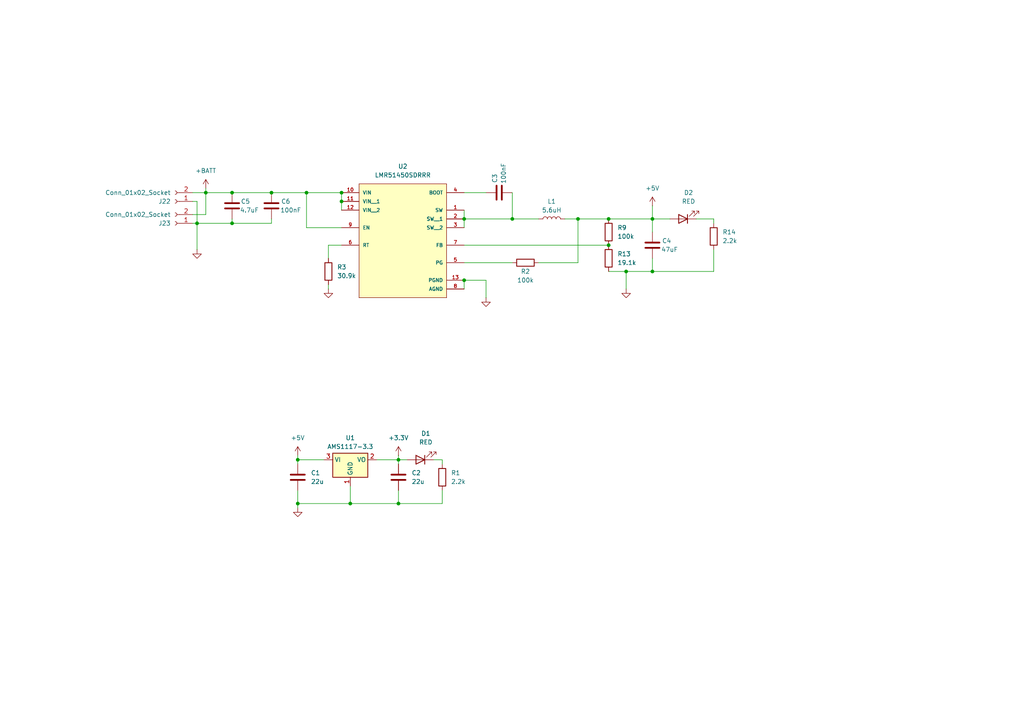
<source format=kicad_sch>
(kicad_sch (version 20250114) (generator "eeschema") (generator_version "9.0")
  (paper "A4")
  (lib_symbols
    (symbol "Connector:Conn_01x02_Socket" (pin_names (offset 1.016) (hide yes))
      (property "Reference" "J" (at 0 2.54 0))
      (property "Value" "Conn_01x02_Socket" (at 0 -5.08 0))
      (symbol "Conn_01x02_Socket_1_1"
        (polyline (pts (xy -1.27 0) (xy -0.508 0)) (stroke (width 0.1524)))
        (polyline (pts (xy -1.27 -2.54) (xy -0.508 -2.54)) (stroke (width 0.1524)))
        (arc (start 0 -0.508) (mid -0.5058 0) (end 0 0.508) (stroke (width 0.1524)))
        (arc (start 0 -3.048) (mid -0.5058 -2.54) (end 0 -2.032) (stroke (width 0.1524)))
        (pin passive line (at -5.08 0 0) (length 3.81) (name "Pin_1") (number "1"))
        (pin passive line (at -5.08 -2.54 0) (length 3.81) (name "Pin_2") (number "2"))
      )
    )
    (symbol "Device:C" (pin_numbers (hide yes)) (pin_names (offset 0.254))
      (property "Reference" "C" (at 0.635 2.54 0))
      (property "Value" "C" (at 0.635 -2.54 0))
      (symbol "C_0_1"
        (polyline (pts (xy -2.032 0.762) (xy 2.032 0.762)) (stroke (width 0.508)))
        (polyline (pts (xy -2.032 -0.762) (xy 2.032 -0.762)) (stroke (width 0.508)))
      )
      (symbol "C_1_1"
        (pin passive line (at 0 3.81 270) (length 2.794) (name "~") (number "1"))
        (pin passive line (at 0 -3.81 90) (length 2.794) (name "~") (number "2"))
      )
    )
    (symbol "Device:L" (pin_numbers (hide yes)) (pin_names (offset 1.016) (hide yes))
      (property "Reference" "L" (at -1.27 0 90))
      (property "Value" "L" (at 1.905 0 90))
      (symbol "L_0_1"
        (arc (start 0 2.54) (mid 0.6323 1.905) (end 0 1.27))
        (arc (start 0 1.27) (mid 0.6323 0.635) (end 0 0))
        (arc (start 0 0) (mid 0.6323 -0.635) (end 0 -1.27))
        (arc (start 0 -1.27) (mid 0.6323 -1.905) (end 0 -2.54))
      )
      (symbol "L_1_1"
        (pin passive line (at 0 3.81 270) (length 1.27) (name "1") (number "1"))
        (pin passive line (at 0 -3.81 90) (length 1.27) (name "2") (number "2"))
      )
    )
    (symbol "Device:LED" (pin_numbers (hide yes)) (pin_names (offset 1.016) (hide yes))
      (property "Reference" "D" (at 0 2.54 0))
      (property "Value" "LED" (at 0 -2.54 0))
      (symbol "LED_0_1"
        (polyline (pts (xy -3.048 -0.762) (xy -4.572 -2.286) (xy -3.81 -2.286) (xy -4.572 -2.286) (xy -4.572 -1.524)))
        (polyline (pts (xy -1.778 -0.762) (xy -3.302 -2.286) (xy -2.54 -2.286) (xy -3.302 -2.286) (xy -3.302 -1.524)))
        (polyline (pts (xy -1.27 0) (xy 1.27 0)))
        (polyline (pts (xy -1.27 -1.27) (xy -1.27 1.27)) (stroke (width 0.254)))
        (polyline (pts (xy 1.27 -1.27) (xy 1.27 1.27) (xy -1.27 0) (xy 1.27 -1.27)) (stroke (width 0.254)))
      )
      (symbol "LED_1_1"
        (pin passive line (at -3.81 0 0) (length 2.54) (name "K") (number "1"))
        (pin passive line (at 3.81 0 180) (length 2.54) (name "A") (number "2"))
      )
    )
    (symbol "Device:R" (pin_numbers (hide yes)) (pin_names (offset 0))
      (property "Reference" "R" (at 2.032 0 90))
      (property "Value" "R" (at 0 0 90))
      (symbol "R_0_1"
        (rectangle (start -1.016 -2.54) (end 1.016 2.54) (stroke (width 0.254)))
      )
      (symbol "R_1_1"
        (pin passive line (at 0 3.81 270) (length 1.27) (name "~") (number "1"))
        (pin passive line (at 0 -3.81 90) (length 1.27) (name "~") (number "2"))
      )
    )
    (symbol "LMR51450SDRRR:LMR51450SDRRR" (pin_names (offset 1.016))
      (property "Reference" "U" (at -12.7 13.335 0))
      (property "Value" "LMR51450SDRRR" (at -12.7 -22.86 0))
      (symbol "LMR51450SDRRR_0_0"
        (rectangle (start -12.7 -20.32) (end 12.7 12.7) (stroke (width 0.1524)) (fill (type background)))
        (pin input line (at -17.78 10.16 0) (length 5.08) (name "VIN") (number "10"))
        (pin input line (at -17.78 7.62 0) (length 5.08) (name "VIN__1") (number "11"))
        (pin input line (at -17.78 5.08 0) (length 5.08) (name "VIN__2") (number "12"))
        (pin input line (at -17.78 0 0) (length 5.08) (name "EN") (number "9"))
        (pin input line (at -17.78 -5.08 0) (length 5.08) (name "RT") (number "6"))
        (pin passive line (at 17.78 10.16 180) (length 5.08) (name "BOOT") (number "4"))
        (pin output line (at 17.78 5.08 180) (length 5.08) (name "SW") (number "1"))
        (pin output line (at 17.78 2.54 180) (length 5.08) (name "SW__1") (number "2"))
        (pin output line (at 17.78 0 180) (length 5.08) (name "SW__2") (number "3"))
        (pin input line (at 17.78 -5.08 180) (length 5.08) (name "FB") (number "7"))
        (pin output line (at 17.78 -10.16 180) (length 5.08) (name "PG") (number "5"))
        (pin power_in line (at 17.78 -15.24 180) (length 5.08) (name "PGND") (number "13"))
        (pin power_in line (at 17.78 -17.78 180) (length 5.08) (name "AGND") (number "8"))
      )
    )
    (symbol "Regulator_Linear:AMS1117-3.3"
      (property "Reference" "U" (at -3.81 3.175 0))
      (property "Value" "AMS1117-3.3" (at 0 3.175 0))
      (symbol "AMS1117-3.3_0_1"
        (rectangle (start -5.08 -5.08) (end 5.08 1.905) (stroke (width 0.254)) (fill (type background)))
      )
      (symbol "AMS1117-3.3_1_1"
        (pin power_in line (at -7.62 0 0) (length 2.54) (name "VI") (number "3"))
        (pin power_in line (at 0 -7.62 90) (length 2.54) (name "GND") (number "1"))
        (pin power_out line (at 7.62 0 180) (length 2.54) (name "VO") (number "2"))
      )
    )
    (symbol "power:+3.3V" (power) (pin_numbers (hide yes)) (pin_names (offset 0) (hide yes))
      (property "Value" "+3.3V" (at 0 3.556 0))
      (symbol "+3.3V_0_1"
        (polyline (pts (xy -0.762 1.27) (xy 0 2.54)))
        (polyline (pts (xy 0 2.54) (xy 0.762 1.27)))
        (polyline (pts (xy 0 0) (xy 0 2.54)))
      )
      (symbol "+3.3V_1_1"
        (pin power_in line (at 0 0 90) (length 0) (name "~") (number "1"))
      )
    )
    (symbol "power:+5V" (power) (pin_numbers (hide yes)) (pin_names (offset 0) (hide yes))
      (property "Value" "+5V" (at 0 3.556 0))
      (symbol "+5V_0_1"
        (polyline (pts (xy -0.762 1.27) (xy 0 2.54)))
        (polyline (pts (xy 0 2.54) (xy 0.762 1.27)))
        (polyline (pts (xy 0 0) (xy 0 2.54)))
      )
      (symbol "+5V_1_1"
        (pin power_in line (at 0 0 90) (length 0) (name "~") (number "1"))
      )
    )
    (symbol "power:+BATT" (power) (pin_numbers (hide yes)) (pin_names (offset 0) (hide yes))
      (property "Value" "+BATT" (at 0 3.556 0))
      (symbol "+BATT_0_1"
        (polyline (pts (xy -0.762 1.27) (xy 0 2.54)))
        (polyline (pts (xy 0 2.54) (xy 0.762 1.27)))
        (polyline (pts (xy 0 0) (xy 0 2.54)))
      )
      (symbol "+BATT_1_1"
        (pin power_in line (at 0 0 90) (length 0) (name "~") (number "1"))
      )
    )
    (symbol "power:GND" (power) (pin_numbers (hide yes)) (pin_names (offset 0) (hide yes))
      (property "Value" "GND" (at 0 -3.81 0))
      (symbol "GND_0_1"
        (polyline (pts (xy 0 0) (xy 0 -1.27) (xy 1.27 -1.27) (xy 0 -2.54) (xy -1.27 -1.27) (xy 0 -1.27)))
      )
      (symbol "GND_1_1"
        (pin power_in line (at 0 0 270) (length 0) (name "~") (number "1"))
      )
    )
  )
  (junction (at 67.31 55.88))
  (junction (at 115.57 146.05))
  (junction (at 101.6 146.05))
  (junction (at 189.23 78.74))
  (junction (at 167.64 63.5))
  (junction (at 86.36 146.05))
  (junction (at 148.59 63.5))
  (junction (at 78.74 55.88))
  (junction (at 86.36 133.35))
  (junction (at 88.9 55.88))
  (junction (at 176.53 71.12))
  (junction (at 176.53 63.5))
  (junction (at 99.06 55.88))
  (junction (at 99.06 58.42))
  (junction (at 115.57 133.35))
  (junction (at 134.62 63.5))
  (junction (at 67.31 64.77))
  (junction (at 189.23 63.5))
  (junction (at 134.62 81.28))
  (junction (at 59.69 55.88))
  (junction (at 57.15 64.77))
  (junction (at 181.61 78.74))
  (wire (pts (xy 207.01 72.39) (xy 207.01 78.74)))
  (wire (pts (xy 115.57 133.35) (xy 109.22 133.35)))
  (wire (pts (xy 59.69 55.88) (xy 55.88 55.88)))
  (wire (pts (xy 207.01 63.5) (xy 201.93 63.5)))
  (wire (pts (xy 156.21 76.2) (xy 167.64 76.2)))
  (wire (pts (xy 207.01 64.77) (xy 207.01 63.5)))
  (wire (pts (xy 148.59 55.88) (xy 148.59 63.5)))
  (wire (pts (xy 207.01 78.74) (xy 189.23 78.74)))
  (wire (pts (xy 115.57 146.05) (xy 128.27 146.05)))
  (wire (pts (xy 86.36 133.35) (xy 93.98 133.35)))
  (wire (pts (xy 59.69 62.23) (xy 59.69 55.88)))
  (wire (pts (xy 115.57 142.24) (xy 115.57 146.05)))
  (wire (pts (xy 134.62 60.96) (xy 134.62 63.5)))
  (wire (pts (xy 176.53 78.74) (xy 181.61 78.74)))
  (wire (pts (xy 99.06 58.42) (xy 99.06 60.96)))
  (wire (pts (xy 176.53 63.5) (xy 189.23 63.5)))
  (wire (pts (xy 95.25 71.12) (xy 99.06 71.12)))
  (wire (pts (xy 189.23 63.5) (xy 189.23 67.31)))
  (wire (pts (xy 57.15 64.77) (xy 55.88 64.77)))
  (wire (pts (xy 86.36 132.08) (xy 86.36 133.35)))
  (wire (pts (xy 134.62 81.28) (xy 134.62 83.82)))
  (wire (pts (xy 55.88 62.23) (xy 59.69 62.23)))
  (wire (pts (xy 101.6 140.97) (xy 101.6 146.05)))
  (wire (pts (xy 134.62 63.5) (xy 148.59 63.5)))
  (wire (pts (xy 95.25 71.12) (xy 95.25 74.93)))
  (wire (pts (xy 134.62 55.88) (xy 140.97 55.88)))
  (wire (pts (xy 57.15 72.39) (xy 57.15 64.77)))
  (wire (pts (xy 163.83 63.5) (xy 167.64 63.5)))
  (wire (pts (xy 67.31 64.77) (xy 67.31 63.5)))
  (wire (pts (xy 78.74 64.77) (xy 78.74 63.5)))
  (wire (pts (xy 167.64 76.2) (xy 167.64 63.5)))
  (wire (pts (xy 57.15 64.77) (xy 67.31 64.77)))
  (wire (pts (xy 189.23 63.5) (xy 194.31 63.5)))
  (wire (pts (xy 57.15 58.42) (xy 57.15 64.77)))
  (wire (pts (xy 134.62 76.2) (xy 148.59 76.2)))
  (wire (pts (xy 88.9 55.88) (xy 99.06 55.88)))
  (wire (pts (xy 148.59 63.5) (xy 156.21 63.5)))
  (wire (pts (xy 67.31 55.88) (xy 78.74 55.88)))
  (wire (pts (xy 86.36 146.05) (xy 86.36 147.32)))
  (wire (pts (xy 167.64 63.5) (xy 176.53 63.5)))
  (wire (pts (xy 99.06 55.88) (xy 99.06 58.42)))
  (wire (pts (xy 128.27 134.62) (xy 128.27 133.35)))
  (wire (pts (xy 189.23 59.69) (xy 189.23 63.5)))
  (wire (pts (xy 57.15 58.42) (xy 55.88 58.42)))
  (wire (pts (xy 134.62 71.12) (xy 176.53 71.12)))
  (wire (pts (xy 181.61 78.74) (xy 189.23 78.74)))
  (wire (pts (xy 59.69 55.88) (xy 67.31 55.88)))
  (wire (pts (xy 86.36 133.35) (xy 86.36 134.62)))
  (wire (pts (xy 181.61 78.74) (xy 181.61 83.82)))
  (wire (pts (xy 88.9 55.88) (xy 88.9 66.04)))
  (wire (pts (xy 59.69 54.61) (xy 59.69 55.88)))
  (wire (pts (xy 115.57 134.62) (xy 115.57 133.35)))
  (wire (pts (xy 115.57 133.35) (xy 118.11 133.35)))
  (wire (pts (xy 86.36 142.24) (xy 86.36 146.05)))
  (wire (pts (xy 128.27 142.24) (xy 128.27 146.05)))
  (wire (pts (xy 88.9 66.04) (xy 99.06 66.04)))
  (wire (pts (xy 78.74 55.88) (xy 88.9 55.88)))
  (wire (pts (xy 67.31 64.77) (xy 78.74 64.77)))
  (wire (pts (xy 134.62 81.28) (xy 140.97 81.28)))
  (wire (pts (xy 189.23 78.74) (xy 189.23 74.93)))
  (wire (pts (xy 101.6 146.05) (xy 86.36 146.05)))
  (wire (pts (xy 95.25 82.55) (xy 95.25 83.82)))
  (wire (pts (xy 128.27 133.35) (xy 125.73 133.35)))
  (wire (pts (xy 115.57 132.08) (xy 115.57 133.35)))
  (wire (pts (xy 115.57 146.05) (xy 101.6 146.05)))
  (wire (pts (xy 140.97 81.28) (xy 140.97 86.36)))
  (wire (pts (xy 134.62 63.5) (xy 134.62 66.04)))
  (symbol (lib_id "power:GND") (at 181.61 83.82 0) (unit 1)
    (property "Reference" "#PWR027" (effects (hide yes)))
    (property "Value" "GND" (effects (hide yes)))
    (property "Description" "Power symbol creates a global label with name \"GND\" , ground" (effects (hide yes)))
  )
  (symbol (lib_id "Regulator_Linear:AMS1117-3.3") (at 101.6 133.35 0) (unit 1)
    (property "Reference" "U1" (at 101.6 127 0))
    (property "Value" "AMS1117-3.3" (at 101.6 129.54 0))
    (property "Footprint" "Package_TO_SOT_SMD:SOT-223-3_TabPin2" (effects (hide yes)))
    (property "Datasheet" "http://www.advanced-monolithic.com/pdf/ds1117.pdf" (effects (hide yes)))
    (property "Description" "1A Low Dropout regulator, positive, 3.3V fixed output, SOT-223" (effects (hide yes)))
  )
  (symbol (lib_id "Device:R") (at 95.25 78.74 180) (unit 1)
    (property "Reference" "R3" (at 97.79 77.4699 0) (effects (justify right)))
    (property "Value" "30.9k" (at 97.79 80.0099 0) (effects (justify right)))
    (property "Footprint" "Resistor_SMD:R_0603_1608Metric" (effects (hide yes)))
    (property "Description" "Resistor" (effects (hide yes)))
  )
  (symbol (lib_id "Device:R") (at 128.27 138.43 0) (unit 1)
    (property "Reference" "R1" (at 130.81 137.1599 0) (effects (justify left)))
    (property "Value" "2.2k" (at 130.81 139.6999 0) (effects (justify left)))
    (property "Footprint" "Resistor_SMD:R_0402_1005Metric" (effects (hide yes)))
    (property "Description" "Resistor" (effects (hide yes)))
  )
  (symbol (lib_id "power:GND") (at 86.36 147.32 0) (unit 1)
    (property "Reference" "#PWR039" (effects (hide yes)))
    (property "Value" "GND" (effects (hide yes)))
    (property "Description" "Power symbol creates a global label with name \"GND\" , ground" (effects (hide yes)))
  )
  (symbol (lib_id "Device:LED") (at 198.12 63.5 180) (unit 1)
    (property "Reference" "D2" (at 199.7075 55.88 0))
    (property "Value" "RED" (at 199.7075 58.42 0))
    (property "Footprint" "LED_SMD:LED_0603_1608Metric" (effects (hide yes)))
    (property "Description" "Light emitting diode" (effects (hide yes)))
  )
  (symbol (lib_id "Device:L") (at 160.02 63.5 90) (unit 1)
    (property "Reference" "L1" (at 160.02 58.42 90))
    (property "Value" "5.6uH" (at 160.02 60.96 90))
    (property "Footprint" "Inductor_SMD:L_Vishay_IHLP-4040" (effects (hide yes)))
    (property "Description" "Inductor" (effects (hide yes)))
  )
  (symbol (lib_id "power:GND") (at 57.15 72.39 0) (unit 1)
    (property "Reference" "#PWR025" (effects (hide yes)))
    (property "Value" "GND" (effects (hide yes)))
    (property "Description" "Power symbol creates a global label with name \"GND\" , ground" (effects (hide yes)))
  )
  (symbol (lib_id "LMR51450SDRRR:LMR51450SDRRR") (at 116.84 66.04 0) (unit 1)
    (property "Reference" "U2" (at 116.84 48.26 0))
    (property "Value" "LMR51450SDRRR" (at 116.84 50.8 0))
    (property "Footprint" "LMR51450SDRRR:CONV_LMR51450SDRRR" (effects (hide yes)))
    (property "PARTREV" "December 2022" (effects (hide yes)))
    (property "STANDARD" "Manufacturer Recommendations" (effects (hide yes)))
    (property "MAXIMUM_PACKAGE_HEIGHT" "0.80 mm" (effects (hide yes)))
    (property "MANUFACTURER" "Texas Instruments" (effects (hide yes)))
  )
  (symbol (lib_id "Device:R") (at 152.4 76.2 90) (unit 1)
    (property "Reference" "R2" (at 152.4 78.74 90))
    (property "Value" "100k" (at 152.4 81.28 90))
    (property "Footprint" "Resistor_SMD:R_0603_1608Metric" (effects (hide yes)))
    (property "Description" "Resistor" (effects (hide yes)))
  )
  (symbol (lib_id "Device:C") (at 189.23 71.12 0) (unit 1)
    (property "Reference" "C4" (at 192.024 69.85 0) (effects (justify left)))
    (property "Value" "47uF" (at 191.77 72.39 0) (effects (justify left)))
    (property "Footprint" "Capacitor_SMD:C_1210_3225Metric" (effects (hide yes)))
    (property "Description" "Unpolarized capacitor" (effects (hide yes)))
  )
  (symbol (lib_id "Device:C") (at 67.31 59.69 0) (unit 1)
    (property "Reference" "C5" (at 69.85 58.42 0) (effects (justify left)))
    (property "Value" "4.7uF" (at 69.596 60.96 0) (effects (justify left)))
    (property "Footprint" "Capacitor_SMD:C_1206_3216Metric" (effects (hide yes)))
    (property "Description" "Unpolarized capacitor" (effects (hide yes)))
  )
  (symbol (lib_id "power:GND") (at 140.97 86.36 0) (unit 1)
    (property "Reference" "#PWR02" (effects (hide yes)))
    (property "Value" "GND" (effects (hide yes)))
    (property "Description" "Power symbol creates a global label with name \"GND\" , ground" (effects (hide yes)))
  )
  (symbol (lib_id "Device:R") (at 176.53 74.93 180) (unit 1)
    (property "Reference" "R13" (at 179.07 73.6599 0) (effects (justify right)))
    (property "Value" "19.1k" (at 179.07 76.1999 0) (effects (justify right)))
    (property "Footprint" "Resistor_SMD:R_0603_1608Metric" (effects (hide yes)))
    (property "Description" "Resistor" (effects (hide yes)))
  )
  (symbol (lib_id "Device:C") (at 86.36 138.43 0) (unit 1)
    (property "Reference" "C1" (at 90.17 137.1599 0) (effects (justify left)))
    (property "Value" "22u" (at 90.17 139.6999 0) (effects (justify left)))
    (property "Footprint" "Capacitor_SMD:C_0805_2012Metric" (effects (hide yes)))
    (property "Description" "Unpolarized capacitor" (effects (hide yes)))
  )
  (symbol (lib_id "Device:C") (at 144.78 55.88 90) (unit 1)
    (property "Reference" "C3" (at 143.51 53.086 0) (effects (justify left)))
    (property "Value" "100nF" (at 146.05 53.34 0) (effects (justify left)))
    (property "Footprint" "Capacitor_SMD:C_0402_1005Metric" (effects (hide yes)))
    (property "Description" "Unpolarized capacitor" (effects (hide yes)))
  )
  (symbol (lib_id "power:+5V") (at 189.23 59.69 0) (unit 1)
    (property "Reference" "#PWR028" (effects (hide yes)))
    (property "Value" "+5V" (at 189.23 54.61 0))
    (property "Description" "Power symbol creates a global label with name \"+5V\"" (effects (hide yes)))
  )
  (symbol (lib_id "power:+5V") (at 86.36 132.08 0) (unit 1)
    (property "Reference" "#PWR038" (effects (hide yes)))
    (property "Value" "+5V" (at 86.36 127 0))
    (property "Description" "Power symbol creates a global label with name \"+5V\"" (effects (hide yes)))
  )
  (symbol (lib_id "power:GND") (at 95.25 83.82 0) (unit 1)
    (property "Reference" "#PWR01" (effects (hide yes)))
    (property "Value" "GND" (effects (hide yes)))
    (property "Description" "Power symbol creates a global label with name \"GND\" , ground" (effects (hide yes)))
  )
  (symbol (lib_id "Device:C") (at 78.74 59.69 0) (unit 1)
    (property "Reference" "C6" (at 81.534 58.42 0) (effects (justify left)))
    (property "Value" "100nF" (at 81.28 60.96 0) (effects (justify left)))
    (property "Footprint" "Capacitor_SMD:C_0402_1005Metric" (effects (hide yes)))
    (property "Description" "Unpolarized capacitor" (effects (hide yes)))
  )
  (symbol (lib_id "power:+3.3V") (at 115.57 132.08 0) (unit 1)
    (property "Reference" "#PWR040" (effects (hide yes)))
    (property "Value" "+3.3V" (at 115.57 127 0))
    (property "Description" "Power symbol creates a global label with name \"+3.3V\"" (effects (hide yes)))
  )
  (symbol (lib_id "Connector:Conn_01x02_Socket") (at 50.8 58.42 180) (unit 1)
    (property "Reference" "J22" (at 49.53 58.4201 0) (effects (justify left)))
    (property "Value" "Conn_01x02_Socket" (at 49.53 55.8801 0) (effects (justify left)))
    (property "Footprint" "Connector_AMASS:AMASS_XT30PW-M_1x02_P2.50mm_Horizontal" (effects (hide yes)))
    (property "Description" "Generic connector, single row, 01x02, script generated" (effects (hide yes)))
  )
  (symbol (lib_id "power:+BATT") (at 59.69 54.61 0) (unit 1)
    (property "Reference" "#PWR026" (effects (hide yes)))
    (property "Value" "+BATT" (at 59.69 49.53 0))
    (property "Description" "Power symbol creates a global label with name \"+BATT\"" (effects (hide yes)))
  )
  (symbol (lib_id "Device:R") (at 176.53 67.31 180) (unit 1)
    (property "Reference" "R9" (at 179.07 66.0399 0) (effects (justify right)))
    (property "Value" "100k" (at 179.07 68.5799 0) (effects (justify right)))
    (property "Footprint" "Resistor_SMD:R_0603_1608Metric" (effects (hide yes)))
    (property "Description" "Resistor" (effects (hide yes)))
  )
  (symbol (lib_id "Device:C") (at 115.57 138.43 0) (unit 1)
    (property "Reference" "C2" (at 119.38 137.1599 0) (effects (justify left)))
    (property "Value" "22u" (at 119.38 139.6999 0) (effects (justify left)))
    (property "Footprint" "Capacitor_SMD:C_0805_2012Metric" (effects (hide yes)))
    (property "Description" "Unpolarized capacitor" (effects (hide yes)))
  )
  (symbol (lib_id "Device:LED") (at 121.92 133.35 180) (unit 1)
    (property "Reference" "D1" (at 123.5075 125.73 0))
    (property "Value" "RED" (at 123.5075 128.27 0))
    (property "Footprint" "LED_SMD:LED_0603_1608Metric" (effects (hide yes)))
    (property "Description" "Light emitting diode" (effects (hide yes)))
  )
  (symbol (lib_id "Device:R") (at 207.01 68.58 0) (unit 1)
    (property "Reference" "R14" (at 209.55 67.3099 0) (effects (justify left)))
    (property "Value" "2.2k" (at 209.55 69.8499 0) (effects (justify left)))
    (property "Footprint" "Resistor_SMD:R_0402_1005Metric" (effects (hide yes)))
    (property "Description" "Resistor" (effects (hide yes)))
  )
  (symbol (lib_id "Connector:Conn_01x02_Socket") (at 50.8 64.77 180) (unit 1)
    (property "Reference" "J23" (at 49.53 64.7701 0) (effects (justify left)))
    (property "Value" "Conn_01x02_Socket" (at 49.53 62.2301 0) (effects (justify left)))
    (property "Footprint" "Connector_AMASS:AMASS_XT30PW-M_1x02_P2.50mm_Horizontal" (effects (hide yes)))
    (property "Description" "Generic connector, single row, 01x02, script generated" (effects (hide yes)))
  )
)
</source>
